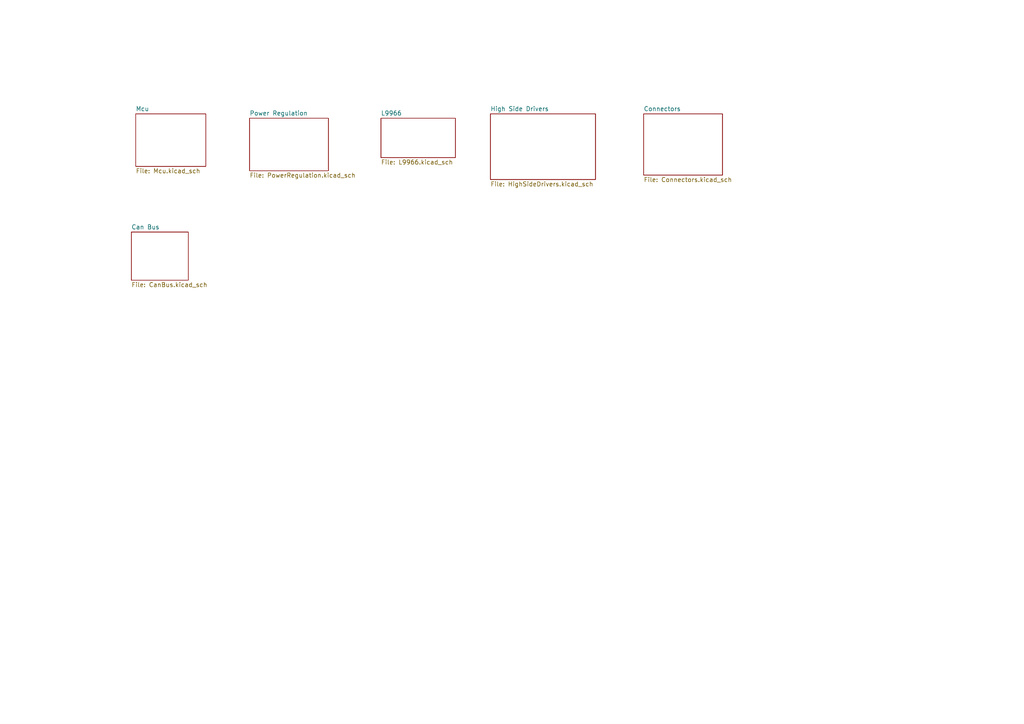
<source format=kicad_sch>
(kicad_sch (version 20230121) (generator eeschema)
  (paper "A4")
  (lib_symbols)
  (sheet (at 110.49 34.29) (size 21.59 11.43) (stroke (width 0.1524))
    (property "Sheetname" "L9966" (at 110.49 33.5784 0) (effects (justify left bottom)))
    (property "Sheetfile" "L9966.kicad_sch" (at 110.49 46.3046 0) (effects (justify left top)))
  )
  (sheet (at 38.1 67.31) (size 16.51 13.97) (stroke (width 0.1524))
    (property "Sheetname" "Can Bus" (at 38.1 66.5984 0) (effects (justify left bottom)))
    (property "Sheetfile" "CanBus.kicad_sch" (at 38.1 81.8646 0) (effects (justify left top)))
  )
  (sheet (at 39.37 33.02) (size 20.32 15.24) (stroke (width 0.1524))
    (property "Sheetname" "Mcu" (at 39.37 32.3084 0) (effects (justify left bottom)))
    (property "Sheetfile" "Mcu.kicad_sch" (at 39.37 48.8446 0) (effects (justify left top)))
  )
  (sheet (at 186.69 33.02) (size 22.86 17.78) (stroke (width 0.1524))
    (property "Sheetname" "Connectors" (at 186.69 32.3084 0) (effects (justify left bottom)))
    (property "Sheetfile" "Connectors.kicad_sch" (at 186.69 51.3846 0) (effects (justify left top)))
  )
  (sheet (at 142.24 33.02) (size 30.48 19.05) (stroke (width 0.1524))
    (property "Sheetname" "High Side Drivers" (at 142.24 32.3084 0) (effects (justify left bottom)))
    (property "Sheetfile" "HighSideDrivers.kicad_sch" (at 142.24 52.6546 0) (effects (justify left top)))
  )
  (sheet (at 72.39 34.29) (size 22.86 15.24) (stroke (width 0.1524))
    (property "Sheetname" "Power Regulation" (at 72.39 33.5784 0) (effects (justify left bottom)))
    (property "Sheetfile" "PowerRegulation.kicad_sch" (at 72.39 50.1146 0) (effects (justify left top)))
  )
)
</source>
